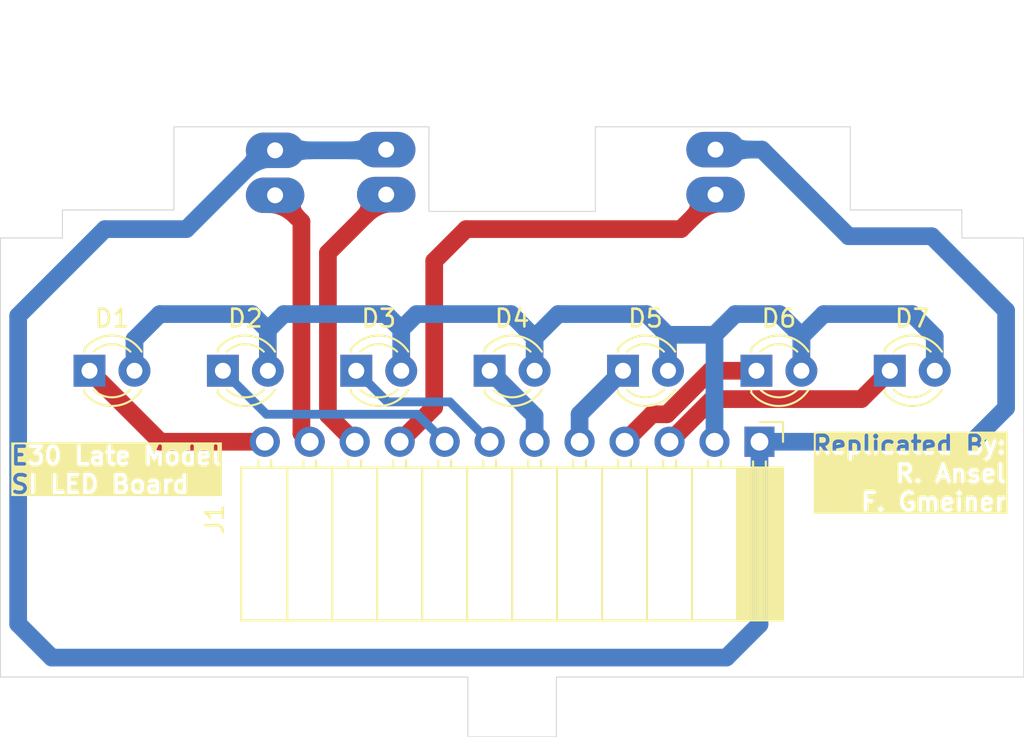
<source format=kicad_pcb>
(kicad_pcb (version 20241229) (generator "pcbnew") (generator_version "9.0")
  (layers (0 "F.Cu" signal) (2 "B.Cu" signal) (13 "F.Paste" user) (15 "B.Paste" user) (5 "F.SilkS" user "F.Silkscreen") (7 "B.SilkS" user "B.Silkscreen") (1 "F.Mask" user) (3 "B.Mask" user) (25 "Edge.Cuts" user))
  (net 0 "")
  (net 1 "Net-(D1-A)")
  (net 2 "Net-(D1-K)")
  (net 3 "Net-(D2-K)")
  (net 4 "Net-(D3-K)")
  (net 5 "Net-(D4-K)")
  (net 6 "Net-(D5-K)")
  (net 7 "Net-(D6-K)")
  (net 8 "Net-(D7-K)")
  (net 9 "Net-(J1-Pin_9)")
  (net 10 "Net-(J1-Pin_11)")
  (net 11 "Net-(J1-Pin_10)")
  (net 12 "VCC_T15")
  (footprint "LED_THT:LED_D3.0mm" (layer "F.Cu") (at 142.696667 82.7)
    (property "Reference" "D6" (at 1.27 -2.96 0) (layer "F.SilkS"))
    (property "Value" "LED_Y")
    (fp_line (start -0.29 -1.236) (end -0.29 -1.08) (stroke (width 0.12)) (layer "F.SilkS"))
    (fp_line (start -0.29 1.08) (end -0.29 1.236) (stroke (width 0.12)) (layer "F.SilkS"))
    (fp_arc (start -0.29 -1.235516) (mid 1.36566 -1.987699) (end 2.941437 -1.08) (stroke (width 0.12)) (layer "F.SilkS"))
    (fp_arc (start 0.229039 -1.08) (mid 1.27 -1.5) (end 2.310961 -1.08) (stroke (width 0.12)) (layer "F.SilkS"))
    (fp_arc (start 2.310961 1.08) (mid 1.27 1.5) (end 0.229039 1.08) (stroke (width 0.12)) (layer "F.SilkS"))
    (fp_arc (start 2.941437 1.08) (mid 1.36566 1.987699) (end -0.29 1.235516) (stroke (width 0.12)) (layer "F.SilkS"))
    (pad "1" thru_hole rect (at 0 0) (size 1.8 1.8) (drill 0.9) (layers "*.Cu" "*.Mask") (net 7 "Net-(D6-K)"))
    (pad "2" thru_hole circle (at 2.54 0) (size 1.8 1.8) (drill 0.9) (layers "*.Cu" "*.Mask") (net 1 "Net-(D1-A)"))
  )
  (footprint "LED_THT:LED_D3.0mm" (layer "F.Cu") (at 127.63 82.7)
    (property "Reference" "D4" (at 1.27 -2.96 0) (layer "F.SilkS"))
    (property "Value" "LED_G4")
    (fp_line (start -0.29 -1.236) (end -0.29 -1.08) (stroke (width 0.12)) (layer "F.SilkS"))
    (fp_line (start -0.29 1.08) (end -0.29 1.236) (stroke (width 0.12)) (layer "F.SilkS"))
    (fp_arc (start -0.29 -1.235516) (mid 1.36566 -1.987699) (end 2.941437 -1.08) (stroke (width 0.12)) (layer "F.SilkS"))
    (fp_arc (start 0.229039 -1.08) (mid 1.27 -1.5) (end 2.310961 -1.08) (stroke (width 0.12)) (layer "F.SilkS"))
    (fp_arc (start 2.310961 1.08) (mid 1.27 1.5) (end 0.229039 1.08) (stroke (width 0.12)) (layer "F.SilkS"))
    (fp_arc (start 2.941437 1.08) (mid 1.36566 1.987699) (end -0.29 1.235516) (stroke (width 0.12)) (layer "F.SilkS"))
    (pad "1" thru_hole rect (at 0 0) (size 1.8 1.8) (drill 0.9) (layers "*.Cu" "*.Mask") (net 5 "Net-(D4-K)"))
    (pad "2" thru_hole circle (at 2.54 0) (size 1.8 1.8) (drill 0.9) (layers "*.Cu" "*.Mask") (net 1 "Net-(D1-A)"))
  )
  (footprint "LED_THT:LED_D3.0mm" (layer "F.Cu") (at 120.096667 82.7)
    (property "Reference" "D3" (at 1.27 -2.96 0) (layer "F.SilkS"))
    (property "Value" "LED_G3")
    (fp_line (start -0.29 -1.236) (end -0.29 -1.08) (stroke (width 0.12)) (layer "F.SilkS"))
    (fp_line (start -0.29 1.08) (end -0.29 1.236) (stroke (width 0.12)) (layer "F.SilkS"))
    (fp_arc (start -0.29 -1.235516) (mid 1.36566 -1.987699) (end 2.941437 -1.08) (stroke (width 0.12)) (layer "F.SilkS"))
    (fp_arc (start 0.229039 -1.08) (mid 1.27 -1.5) (end 2.310961 -1.08) (stroke (width 0.12)) (layer "F.SilkS"))
    (fp_arc (start 2.310961 1.08) (mid 1.27 1.5) (end 0.229039 1.08) (stroke (width 0.12)) (layer "F.SilkS"))
    (fp_arc (start 2.941437 1.08) (mid 1.36566 1.987699) (end -0.29 1.235516) (stroke (width 0.12)) (layer "F.SilkS"))
    (pad "1" thru_hole rect (at 0 0) (size 1.8 1.8) (drill 0.9) (layers "*.Cu" "*.Mask") (net 4 "Net-(D3-K)"))
    (pad "2" thru_hole circle (at 2.54 0) (size 1.8 1.8) (drill 0.9) (layers "*.Cu" "*.Mask") (net 1 "Net-(D1-A)"))
  )
  (footprint "SI_THT:Lamp_D4.0mm_Horizontal_O3.81mm_Z2.0mm" (layer "F.Cu") (at 121.7875 72.75 90)
    (property "Reference" "LA2" (hide yes))
    (property "Value" "12 Month Indicator Lamp")
    (pad "1" thru_hole oval (at 0 0 90) (size 2 3.3) (drill 0.9) (layers "*.Cu" "*.Mask") (net 11 "Net-(J1-Pin_10)"))
    (pad "2" thru_hole oval (at 2.54 0 90) (size 2 3.3) (drill 0.9) (layers "*.Cu" "*.Mask") (net 12 "VCC_T15"))
  )
  (footprint "LED_THT:LED_D3.0mm" (layer "F.Cu") (at 105.03 82.7)
    (property "Reference" "D1" (at 1.27 -2.96 0) (layer "F.SilkS"))
    (property "Value" "LED_G1")
    (fp_line (start -0.29 -1.236) (end -0.29 -1.08) (stroke (width 0.12)) (layer "F.SilkS"))
    (fp_line (start -0.29 1.08) (end -0.29 1.236) (stroke (width 0.12)) (layer "F.SilkS"))
    (fp_arc (start -0.29 -1.235516) (mid 1.36566 -1.987699) (end 2.941437 -1.08) (stroke (width 0.12)) (layer "F.SilkS"))
    (fp_arc (start 0.229039 -1.08) (mid 1.27 -1.5) (end 2.310961 -1.08) (stroke (width 0.12)) (layer "F.SilkS"))
    (fp_arc (start 2.310961 1.08) (mid 1.27 1.5) (end 0.229039 1.08) (stroke (width 0.12)) (layer "F.SilkS"))
    (fp_arc (start 2.941437 1.08) (mid 1.36566 1.987699) (end -0.29 1.235516) (stroke (width 0.12)) (layer "F.SilkS"))
    (pad "1" thru_hole rect (at 0 0) (size 1.8 1.8) (drill 0.9) (layers "*.Cu" "*.Mask") (net 2 "Net-(D1-K)"))
    (pad "2" thru_hole circle (at 2.54 0) (size 1.8 1.8) (drill 0.9) (layers "*.Cu" "*.Mask") (net 1 "Net-(D1-A)"))
  )
  (footprint "LED_THT:LED_D3.0mm" (layer "F.Cu") (at 112.563333 82.7)
    (property "Reference" "D2" (at 1.27 -2.96 0) (layer "F.SilkS"))
    (property "Value" "LED_G2")
    (fp_line (start -0.29 -1.236) (end -0.29 -1.08) (stroke (width 0.12)) (layer "F.SilkS"))
    (fp_line (start -0.29 1.08) (end -0.29 1.236) (stroke (width 0.12)) (layer "F.SilkS"))
    (fp_arc (start -0.29 -1.235516) (mid 1.36566 -1.987699) (end 2.941437 -1.08) (stroke (width 0.12)) (layer "F.SilkS"))
    (fp_arc (start 0.229039 -1.08) (mid 1.27 -1.5) (end 2.310961 -1.08) (stroke (width 0.12)) (layer "F.SilkS"))
    (fp_arc (start 2.310961 1.08) (mid 1.27 1.5) (end 0.229039 1.08) (stroke (width 0.12)) (layer "F.SilkS"))
    (fp_arc (start 2.941437 1.08) (mid 1.36566 1.987699) (end -0.29 1.235516) (stroke (width 0.12)) (layer "F.SilkS"))
    (pad "1" thru_hole rect (at 0 0) (size 1.8 1.8) (drill 0.9) (layers "*.Cu" "*.Mask") (net 3 "Net-(D2-K)"))
    (pad "2" thru_hole circle (at 2.54 0) (size 1.8 1.8) (drill 0.9) (layers "*.Cu" "*.Mask") (net 1 "Net-(D1-A)"))
  )
  (footprint "Connector_PinSocket_2.54mm:PinSocket_1x12_P2.54mm_Horizontal" (layer "F.Cu") (at 114.87 86.71 90)
    (property "Reference" "J1" (at -4.38 -2.77 90) (layer "F.SilkS"))
    (property "Value" "SI Board Connector")
    (fp_line (start -10.09 -1.27) (end -1.46 -1.27) (stroke (width 0.12)) (layer "F.SilkS"))
    (fp_line (start -1.46 -0.3) (end -1.05 -0.3) (stroke (width 0.12)) (layer "F.SilkS"))
    (fp_line (start -1.46 0.42) (end -1.05 0.42) (stroke (width 0.12)) (layer "F.SilkS"))
    (fp_line (start -10.09 1.33) (end -1.46 1.33) (stroke (width 0.12)) (layer "F.SilkS"))
    (fp_line (start -1.46 2.24) (end -1.05 2.24) (stroke (width 0.12)) (layer "F.SilkS"))
    (fp_line (start -1.46 2.96) (end -1.05 2.96) (stroke (width 0.12)) (layer "F.SilkS"))
    (fp_line (start -10.09 3.87) (end -1.46 3.87) (stroke (width 0.12)) (layer "F.SilkS"))
    (fp_line (start -1.46 4.78) (end -1.05 4.78) (stroke (width 0.12)) (layer "F.SilkS"))
    (fp_line (start -1.46 5.5) (end -1.05 5.5) (stroke (width 0.12)) (layer "F.SilkS"))
    (fp_line (start -10.09 6.41) (end -1.46 6.41) (stroke (width 0.12)) (layer "F.SilkS"))
    (fp_line (start -1.46 7.32) (end -1.05 7.32) (stroke (width 0.12)) (layer "F.SilkS"))
    (fp_line (start -1.46 8.04) (end -1.05 8.04) (stroke (width 0.12)) (layer "F.SilkS"))
    (fp_line (start -10.09 8.95) (end -1.46 8.95) (stroke (width 0.12)) (layer "F.SilkS"))
    (fp_line (start -1.46 9.86) (end -1.05 9.86) (stroke (width 0.12)) (layer "F.SilkS"))
    (fp_line (start -1.46 10.58) (end -1.05 10.58) (stroke (width 0.12)) (layer "F.SilkS"))
    (fp_line (start -10.09 11.49) (end -1.46 11.49) (stroke (width 0.12)) (layer "F.SilkS"))
    (fp_line (start -1.46 12.4) (end -1.05 12.4) (stroke (width 0.12)) (layer "F.SilkS"))
    (fp_line (start -1.46 13.12) (end -1.05 13.12) (stroke (width 0.12)) (layer "F.SilkS"))
    (fp_line (start -10.09 14.03) (end -1.46 14.03) (stroke (width 0.12)) (layer "F.SilkS"))
    (fp_line (start -1.46 14.94) (end -1.05 14.94) (stroke (width 0.12)) (layer "F.SilkS"))
    (fp_line (start -1.46 15.66) (end -1.05 15.66) (stroke (width 0.12)) (layer "F.SilkS"))
    (fp_line (start -10.09 16.57) (end -1.46 16.57) (stroke (width 0.12)) (layer "F.SilkS"))
    (fp_line (start -1.46 17.48) (end -1.05 17.48) (stroke (width 0.12)) (layer "F.SilkS"))
    (fp_line (start -1.46 18.2) (end -1.05 18.2) (stroke (width 0.12)) (layer "F.SilkS"))
    (fp_line (start -10.09 19.11) (end -1.46 19.11) (stroke (width 0.12)) (layer "F.SilkS"))
    (fp_line (start -1.46 20.02) (end -1.05 20.02) (stroke (width 0.12)) (layer "F.SilkS"))
    (fp_line (start -1.46 20.74) (end -1.05 20.74) (stroke (width 0.12)) (layer "F.SilkS"))
    (fp_line (start -10.09 21.65) (end -1.46 21.65) (stroke (width 0.12)) (layer "F.SilkS"))
    (fp_line (start -1.46 22.56) (end -1.05 22.56) (stroke (width 0.12)) (layer "F.SilkS"))
    (fp_line (start -1.46 23.28) (end -1.05 23.28) (stroke (width 0.12)) (layer "F.SilkS"))
    (fp_line (start -10.09 24.19) (end -1.46 24.19) (stroke (width 0.12)) (layer "F.SilkS"))
    (fp_line (start -1.46 25.1) (end -1.05 25.1) (stroke (width 0.12)) (layer "F.SilkS"))
    (fp_line (start -1.46 25.82) (end -1.05 25.82) (stroke (width 0.12)) (layer "F.SilkS"))
    (fp_line (start -10.09 26.73) (end -1.46 26.73) (stroke (width 0.12)) (layer "F.SilkS"))
    (fp_line (start -10.09 26.8481) (end -1.46 26.8481) (stroke (width 0.12)) (layer "F.SilkS"))
    (fp_line (start -10.09 26.966195) (end -1.46 26.966195) (stroke (width 0.12)) (layer "F.SilkS"))
    (fp_line (start -10.09 27.08429) (end -1.46 27.08429) (stroke (width 0.12)) (layer "F.SilkS"))
    (fp_line (start -10.09 27.202385) (end -1.46 27.202385) (stroke (width 0.12)) (layer "F.SilkS"))
    (fp_line (start -10.09 27.32048) (end -1.46 27.32048) (stroke (width 0.12)) (layer "F.SilkS"))
    (fp_line (start -10.09 27.438575) (end -1.46 27.438575) (stroke (width 0.12)) (layer "F.SilkS"))
    (fp_line (start -10.09 27.55667) (end -1.46 27.55667) (stroke (width 0.12)) (layer "F.SilkS"))
    (fp_line (start -1.46 27.64) (end -1.11 27.64) (stroke (width 0.12)) (layer "F.SilkS"))
    (fp_line (start -10.09 27.674765) (end -1.46 27.674765) (stroke (width 0.12)) (layer "F.SilkS"))
    (fp_line (start -10.09 27.79286) (end -1.46 27.79286) (stroke (width 0.12)) (layer "F.SilkS"))
    (fp_line (start -10.09 27.910955) (end -1.46 27.910955) (stroke (width 0.12)) (layer "F.SilkS"))
    (fp_line (start -10.09 28.02905) (end -1.46 28.02905) (stroke (width 0.12)) (layer "F.SilkS"))
    (fp_line (start -10.09 28.147145) (end -1.46 28.147145) (stroke (width 0.12)) (layer "F.SilkS"))
    (fp_line (start -10.09 28.26524) (end -1.46 28.26524) (stroke (width 0.12)) (layer "F.SilkS"))
    (fp_line (start -1.46 28.36) (end -1.11 28.36) (stroke (width 0.12)) (layer "F.SilkS"))
    (fp_line (start -10.09 28.383335) (end -1.46 28.383335) (stroke (width 0.12)) (layer "F.SilkS"))
    (fp_line (start -10.09 28.50143) (end -1.46 28.50143) (stroke (width 0.12)) (layer "F.SilkS"))
    (fp_line (start -10.09 28.619525) (end -1.46 28.619525) (stroke (width 0.12)) (layer "F.SilkS"))
    (fp_line (start -10.09 28.73762) (end -1.46 28.73762) (stroke (width 0.12)) (layer "F.SilkS"))
    (fp_line (start -10.09 28.855715) (end -1.46 28.855715) (stroke (width 0.12)) (layer "F.SilkS"))
    (fp_line (start -10.09 28.97381) (end -1.46 28.97381) (stroke (width 0.12)) (layer "F.SilkS"))
    (fp_line (start -10.09 29.091905) (end -1.46 29.091905) (stroke (width 0.12)) (layer "F.SilkS"))
    (fp_line (start -10.09 29.21) (end -1.46 29.21) (stroke (width 0.12)) (layer "F.SilkS"))
    (fp_line (start 1.11 29.33) (end 1.11 28) (stroke (width 0.12)) (layer "F.SilkS"))
    (fp_line (start 0 29.33) (end 1.11 29.33) (stroke (width 0.12)) (layer "F.SilkS"))
    (fp_line (start -1.46 29.33) (end -1.46 -1.27) (stroke (width 0.12)) (layer "F.SilkS"))
    (fp_line (start -10.09 29.33) (end -10.09 -1.27) (stroke (width 0.12)) (layer "F.SilkS"))
    (fp_line (start -10.09 29.33) (end -1.46 29.33) (stroke (width 0.12)) (layer "F.SilkS"))
    (pad "1" thru_hole rect (at 0 28 90) (size 1.7 1.7) (drill 1) (layers "*.Cu" "*.Mask") (net 12 "VCC_T15"))
    (pad "2" thru_hole circle (at 0 25.46 90) (size 1.7 1.7) (drill 1) (layers "*.Cu" "*.Mask") (net 1 "Net-(D1-A)"))
    (pad "3" thru_hole circle (at 0 22.92 90) (size 1.7 1.7) (drill 1) (layers "*.Cu" "*.Mask") (net 8 "Net-(D7-K)"))
    (pad "4" thru_hole circle (at 0 20.38 90) (size 1.7 1.7) (drill 1) (layers "*.Cu" "*.Mask") (net 7 "Net-(D6-K)"))
    (pad "5" thru_hole circle (at 0 17.84 90) (size 1.7 1.7) (drill 1) (layers "*.Cu" "*.Mask") (net 6 "Net-(D5-K)"))
    (pad "6" thru_hole circle (at 0 15.3 90) (size 1.7 1.7) (drill 1) (layers "*.Cu" "*.Mask") (net 5 "Net-(D4-K)"))
    (pad "7" thru_hole circle (at 0 12.76 90) (size 1.7 1.7) (drill 1) (layers "*.Cu" "*.Mask") (net 4 "Net-(D3-K)"))
    (pad "8" thru_hole circle (at 0 10.22 90) (size 1.7 1.7) (drill 1) (layers "*.Cu" "*.Mask") (net 3 "Net-(D2-K)"))
    (pad "9" thru_hole circle (at 0 7.68 90) (size 1.7 1.7) (drill 1) (layers "*.Cu" "*.Mask") (net 9 "Net-(J1-Pin_9)"))
    (pad "10" thru_hole circle (at 0 5.14 90) (size 1.7 1.7) (drill 1) (layers "*.Cu" "*.Mask") (net 11 "Net-(J1-Pin_10)"))
    (pad "11" thru_hole circle (at 0 2.6 90) (size 1.7 1.7) (drill 1) (layers "*.Cu" "*.Mask") (net 10 "Net-(J1-Pin_11)"))
    (pad "12" thru_hole circle (at 0 0.06 90) (size 1.7 1.7) (drill 1) (layers "*.Cu" "*.Mask") (net 2 "Net-(D1-K)"))
  )
  (footprint "SI_THT:Lamp_D4.0mm_Horizontal_O3.81mm_Z2.0mm" (layer "F.Cu") (at 115.5125 70.25 -90)
    (property "Reference" "LA3" (hide yes))
    (property "Value" "Oil Service Lamp")
    (pad "1" thru_hole oval (at 0 0 270) (size 2 3.3) (drill 0.9) (layers "*.Cu" "*.Mask") (net 12 "VCC_T15"))
    (pad "2" thru_hole oval (at 2.54 0 270) (size 2 3.3) (drill 0.9) (layers "*.Cu" "*.Mask") (net 10 "Net-(J1-Pin_11)"))
  )
  (footprint "LED_THT:LED_D3.0mm" (layer "F.Cu") (at 150.23 82.7)
    (property "Reference" "D7" (at 1.27 -2.96 0) (layer "F.SilkS"))
    (property "Value" "LED_R")
    (fp_line (start -0.29 -1.236) (end -0.29 -1.08) (stroke (width 0.12)) (layer "F.SilkS"))
    (fp_line (start -0.29 1.08) (end -0.29 1.236) (stroke (width 0.12)) (layer "F.SilkS"))
    (fp_arc (start -0.29 -1.235516) (mid 1.36566 -1.987699) (end 2.941437 -1.08) (stroke (width 0.12)) (layer "F.SilkS"))
    (fp_arc (start 0.229039 -1.08) (mid 1.27 -1.5) (end 2.310961 -1.08) (stroke (width 0.12)) (layer "F.SilkS"))
    (fp_arc (start 2.310961 1.08) (mid 1.27 1.5) (end 0.229039 1.08) (stroke (width 0.12)) (layer "F.SilkS"))
    (fp_arc (start 2.941437 1.08) (mid 1.36566 1.987699) (end -0.29 1.235516) (stroke (width 0.12)) (layer "F.SilkS"))
    (pad "1" thru_hole rect (at 0 0) (size 1.8 1.8) (drill 0.9) (layers "*.Cu" "*.Mask") (net 8 "Net-(D7-K)"))
    (pad "2" thru_hole circle (at 2.54 0) (size 1.8 1.8) (drill 0.9) (layers "*.Cu" "*.Mask") (net 1 "Net-(D1-A)"))
  )
  (footprint "SI_THT:Lamp_D4.0mm_Horizontal_O3.81mm_Z2.0mm" (layer "F.Cu") (at 140.3875 72.75 90)
    (property "Reference" "LA1" (hide yes))
    (property "Value" "Inspection Lamp")
    (pad "1" thru_hole oval (at 0 0 90) (size 2 3.3) (drill 0.9) (layers "*.Cu" "*.Mask") (net 9 "Net-(J1-Pin_9)"))
    (pad "2" thru_hole oval (at 2.54 0 90) (size 2 3.3) (drill 0.9) (layers "*.Cu" "*.Mask") (net 12 "VCC_T15"))
  )
  (footprint "LED_THT:LED_D3.0mm" (layer "F.Cu") (at 135.163333 82.7)
    (property "Reference" "D5" (at 1.27 -2.96 0) (layer "F.SilkS"))
    (property "Value" "LED_G5")
    (fp_line (start -0.29 -1.236) (end -0.29 -1.08) (stroke (width 0.12)) (layer "F.SilkS"))
    (fp_line (start -0.29 1.08) (end -0.29 1.236) (stroke (width 0.12)) (layer "F.SilkS"))
    (fp_arc (start -0.29 -1.235516) (mid 1.36566 -1.987699) (end 2.941437 -1.08) (stroke (width 0.12)) (layer "F.SilkS"))
    (fp_arc (start 0.229039 -1.08) (mid 1.27 -1.5) (end 2.310961 -1.08) (stroke (width 0.12)) (layer "F.SilkS"))
    (fp_arc (start 2.310961 1.08) (mid 1.27 1.5) (end 0.229039 1.08) (stroke (width 0.12)) (layer "F.SilkS"))
    (fp_arc (start 2.941437 1.08) (mid 1.36566 1.987699) (end -0.29 1.235516) (stroke (width 0.12)) (layer "F.SilkS"))
    (pad "1" thru_hole rect (at 0 0) (size 1.8 1.8) (drill 0.9) (layers "*.Cu" "*.Mask") (net 6 "Net-(D5-K)"))
    (pad "2" thru_hole circle (at 2.54 0) (size 1.8 1.8) (drill 0.9) (layers "*.Cu" "*.Mask") (net 1 "Net-(D1-A)"))
  )
  (gr_line (start 157.8 100) (end 157.8 75.2) (stroke (width 0.05)) (layer "Edge.Cuts"))
  (gr_line (start 133.6 68.92) (end 133.6 73.7) (stroke (width 0.05)) (layer "Edge.Cuts"))
  (gr_line (start 109.8 73.62) (end 109.8 68.92) (stroke (width 0.05)) (layer "Edge.Cuts"))
  (gr_line (start 109.8 68.92) (end 124.2 68.92) (stroke (width 0.05)) (layer "Edge.Cuts"))
  (gr_line (start 124.2 68.92) (end 124.2 73.7) (stroke (width 0.05)) (layer "Edge.Cuts"))
  (gr_line (start 157.8 100) (end 131.4 100) (stroke (width 0.05)) (layer "Edge.Cuts"))
  (gr_line (start 126.4 100) (end 126.4 103.38) (stroke (width 0.05)) (layer "Edge.Cuts"))
  (gr_line (start 100 100) (end 100 75.2) (stroke (width 0.05)) (layer "Edge.Cuts"))
  (gr_line (start 124.2 73.7) (end 133.6 73.7) (stroke (width 0.05)) (layer "Edge.Cuts"))
  (gr_line (start 100 75.2) (end 103.5 75.2) (stroke (width 0.05)) (layer "Edge.Cuts"))
  (gr_line (start 154.3 73.62) (end 148 73.62) (stroke (width 0.05)) (layer "Edge.Cuts"))
  (gr_line (start 100 100) (end 126.4 100) (stroke (width 0.05)) (layer "Edge.Cuts"))
  (gr_line (start 103.5 73.62) (end 109.8 73.62) (stroke (width 0.05)) (layer "Edge.Cuts"))
  (gr_line (start 131.4 100) (end 131.4 103.38) (stroke (width 0.05)) (layer "Edge.Cuts"))
  (gr_line (start 148 68.92) (end 133.6 68.92) (stroke (width 0.05)) (layer "Edge.Cuts"))
  (gr_line (start 157.8 75.2) (end 154.3 75.2) (stroke (width 0.05)) (layer "Edge.Cuts"))
  (gr_line (start 148 73.62) (end 148 68.92) (stroke (width 0.05)) (layer "Edge.Cuts"))
  (gr_line (start 154.3 75.2) (end 154.3 73.62) (stroke (width 0.05)) (layer "Edge.Cuts"))
  (gr_line (start 103.5 75.2) (end 103.5 73.62) (stroke (width 0.05)) (layer "Edge.Cuts"))
  (gr_line (start 126.4 103.38) (end 131.4 103.38) (stroke (width 0.05)) (layer "Edge.Cuts"))
  (gr_text "Replicated By:\nR. Ansel\nF. Gmeiner" (at 156.9 90.7 0) (layer "F.SilkS" knockout) (effects (font (size 1 1) (thickness 0.2) (bold yes)) (justify right bottom)))
  (gr_text "E30 Late Model\nSI LED Board" (at 100.5 89.7 0) (layer "F.SilkS" knockout) (effects (font (size 1 1) (thickness 0.2) (bold yes)) (justify left bottom)))
  (segment (start 116 79.5) (end 121.773334 79.5) (width 1) (layer "B.Cu") (net 1))
  (segment (start 152.77 82.7) (end 152.77 80.77) (width 1) (layer "B.Cu") (net 1))
  (segment (start 107.57 80.93) (end 109 79.5) (width 1) (layer "B.Cu") (net 1))
  (segment (start 115.103333 82.7) (end 115.103333 80.396667) (width 1) (layer "B.Cu") (net 1))
  (segment (start 130.17 80.83) (end 130.17 82.7) (width 1) (layer "B.Cu") (net 1))
  (segment (start 137.703333 80.703333) (end 137.736666 80.67) (width 1) (layer "B.Cu") (net 1))
  (segment (start 137.703333 80.703333) (end 136.5 79.5) (width 1) (layer "B.Cu") (net 1))
  (segment (start 146.5 79.5) (end 145.236667 80.763333) (width 1) (layer "B.Cu") (net 1))
  (segment (start 121.773334 79.5) (end 122.636667 80.363333) (width 1) (layer "B.Cu") (net 1))
  (segment (start 122.636667 82.7) (end 122.636667 80.363333) (width 1) (layer "B.Cu") (net 1))
  (segment (start 137.703333 82.7) (end 137.703333 80.703333) (width 1) (layer "B.Cu") (net 1))
  (segment (start 131.5 79.5) (end 130.17 80.83) (width 1) (layer "B.Cu") (net 1))
  (segment (start 145.236667 80.736667) (end 145.236667 81.427208) (width 1) (layer "B.Cu") (net 1))
  (segment (start 141.5 79.5) (end 144 79.5) (width 1) (layer "B.Cu") (net 1))
  (segment (start 115.103333 80.396667) (end 116 79.5) (width 1) (layer "B.Cu") (net 1))
  (segment (start 136.5 79.5) (end 131.5 79.5) (width 1) (layer "B.Cu") (net 1))
  (segment (start 140.33 80.67) (end 141.5 79.5) (width 1) (layer "B.Cu") (net 1))
  (segment (start 122.636667 80.363333) (end 123.5 79.5) (width 1) (layer "B.Cu") (net 1))
  (segment (start 123.5 79.5) (end 128.84 79.5) (width 1) (layer "B.Cu") (net 1))
  (segment (start 145.236667 80.763333) (end 145.236667 81.427208) (width 1) (layer "B.Cu") (net 1))
  (segment (start 140.33 86.71) (end 140.33 80.67) (width 1) (layer "B.Cu") (net 1))
  (segment (start 152.77 80.77) (end 151.5 79.5) (width 1) (layer "B.Cu") (net 1))
  (segment (start 144 79.5) (end 145.236667 80.736667) (width 1) (layer "B.Cu") (net 1))
  (segment (start 145.236667 81.427208) (end 145.236667 82.7) (width 1) (layer "B.Cu") (net 1))
  (segment (start 109 79.5) (end 114.206666 79.5) (width 1) (layer "B.Cu") (net 1))
  (segment (start 137.736666 80.67) (end 140.33 80.67) (width 1) (layer "B.Cu") (net 1))
  (segment (start 107.57 82.7) (end 107.57 80.93) (width 1) (layer "B.Cu") (net 1))
  (segment (start 114.206666 79.5) (end 115.103333 80.396667) (width 1) (layer "B.Cu") (net 1))
  (segment (start 128.84 79.5) (end 130.17 80.83) (width 1) (layer "B.Cu") (net 1))
  (segment (start 151.5 79.5) (end 146.5 79.5) (width 1) (layer "B.Cu") (net 1))
  (segment (start 109.04 86.71) (end 105.03 82.7) (width 1) (layer "F.Cu") (net 2))
  (segment (start 114.93 86.71) (end 109.04 86.71) (width 1) (layer "F.Cu") (net 2))
  (segment (start 123.539 85.159) (end 115.022333 85.159) (width 0.5) (layer "B.Cu") (net 3))
  (segment (start 115.022333 85.159) (end 112.563333 82.7) (width 0.5) (layer "B.Cu") (net 3))
  (segment (start 125.09 86.71) (end 123.539 85.159) (width 0.5) (layer "B.Cu") (net 3))
  (segment (start 125.378 84.458) (end 121.854667 84.458) (width 0.5) (layer "B.Cu") (net 4))
  (segment (start 127.63 86.71) (end 125.378 84.458) (width 0.5) (layer "B.Cu") (net 4))
  (segment (start 121.854667 84.458) (end 120.096667 82.7) (width 0.5) (layer "B.Cu") (net 4))
  (segment (start 130.17 86.71) (end 130.17 85.24) (width 1) (layer "B.Cu") (net 5))
  (segment (start 130.17 85.24) (end 127.63 82.7) (width 1) (layer "B.Cu") (net 5))
  (segment (start 132.71 86.71) (end 132.71 85.153333) (width 1) (layer "B.Cu") (net 6))
  (segment (start 132.71 85.153333) (end 135.163333 82.7) (width 1) (layer "B.Cu") (net 6))
  (segment (start 137.64253 85.159) (end 140.10153 82.7) (width 1) (layer "F.Cu") (net 7))
  (segment (start 136.801 85.159) (end 137.64253 85.159) (width 1) (layer "F.Cu") (net 7))
  (segment (start 135.25 86.71) (end 136.801 85.159) (width 1) (layer "F.Cu") (net 7))
  (segment (start 140.10153 82.7) (end 142.696667 82.7) (width 1) (layer "F.Cu") (net 7))
  (segment (start 137.79 86.71) (end 140.199 84.301) (width 1) (layer "F.Cu") (net 8))
  (segment (start 148.629 84.301) (end 150.23 82.7) (width 1) (layer "F.Cu") (net 8))
  (segment (start 140.199 84.301) (end 148.629 84.301) (width 1) (layer "F.Cu") (net 8))
  (segment (start 124.5 76.5) (end 126.299 74.701) (width 1) (layer "F.Cu") (net 9))
  (segment (start 138.4365 74.701) (end 140.3875 72.75) (width 1) (layer "F.Cu") (net 9))
  (segment (start 126.299 74.701) (end 138.4365 74.701) (width 1) (layer "F.Cu") (net 9))
  (segment (start 122.55 86.71) (end 124.5 84.76) (width 1) (layer "F.Cu") (net 9))
  (segment (start 124.5 84.76) (end 124.5 76.5) (width 1) (layer "F.Cu") (net 9))
  (segment (start 117.47 86.71) (end 117 86.24) (width 1) (layer "F.Cu") (net 10))
  (segment (start 117 86.24) (end 117 74.2775) (width 1) (layer "F.Cu") (net 10))
  (segment (start 117 74.2775) (end 115.5125 72.79) (width 1) (layer "F.Cu") (net 10))
  (segment (start 118.495667 85.195667) (end 118.495667 76.041833) (width 1) (layer "F.Cu") (net 11))
  (segment (start 120.01 86.71) (end 118.495667 85.195667) (width 1) (layer "F.Cu") (net 11))
  (segment (start 118.495667 76.041833) (end 121.7875 72.75) (width 1) (layer "F.Cu") (net 11))
  (segment (start 156.8 79.3) (end 152.6 75.1) (width 1) (layer "B.Cu") (net 12))
  (segment (start 114.95 70.25) (end 115.5125 70.25) (width 1) (layer "B.Cu") (net 12))
  (segment (start 154.89 86.71) (end 156.8 84.8) (width 1) (layer "B.Cu") (net 12))
  (segment (start 115.5125 70.25) (end 121.7475 70.25) (width 1) (layer "B.Cu") (net 12))
  (segment (start 143.01 70.21) (end 140.3875 70.21) (width 1) (layer "B.Cu") (net 12))
  (segment (start 110.5 74.7) (end 114.95 70.25) (width 1) (layer "B.Cu") (net 12))
  (segment (start 121.7475 70.25) (end 121.7875 70.21) (width 1) (layer "B.Cu") (net 12))
  (segment (start 101.001 79.599) (end 105.9 74.7) (width 1) (layer "B.Cu") (net 12))
  (segment (start 102.9 98.9) (end 101.001 97.001) (width 1) (layer "B.Cu") (net 12))
  (segment (start 147.9 75.1) (end 143.01 70.21) (width 1) (layer "B.Cu") (net 12))
  (segment (start 142.87 97.03) (end 141 98.9) (width 1) (layer "B.Cu") (net 12))
  (segment (start 141 98.9) (end 102.9 98.9) (width 1) (layer "B.Cu") (net 12))
  (segment (start 105.9 74.7) (end 110.5 74.7) (width 1) (layer "B.Cu") (net 12))
  (segment (start 142.87 86.71) (end 154.89 86.71) (width 1) (layer "B.Cu") (net 12))
  (segment (start 142.87 86.71) (end 142.87 97.03) (width 1) (layer "B.Cu") (net 12))
  (segment (start 101.001 97.001) (end 101.001 79.599) (width 1) (layer "B.Cu") (net 12))
  (segment (start 152.6 75.1) (end 147.9 75.1) (width 1) (layer "B.Cu") (net 12))
  (segment (start 156.8 84.8) (end 156.8 79.3) (width 1) (layer "B.Cu") (net 12))
  (segment (start 141.0375 70.21) (end 140.3875 70.21) (width 0.5) (layer "B.Cu") (net 12))
)
</source>
